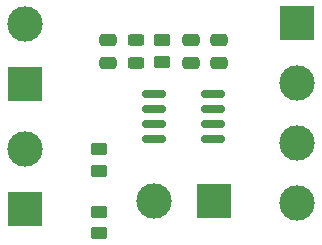
<source format=gbr>
%TF.GenerationSoftware,KiCad,Pcbnew,7.0.8*%
%TF.CreationDate,2024-03-30T04:59:33+03:00*%
%TF.ProjectId,PowerSensor,506f7765-7253-4656-9e73-6f722e6b6963,rev?*%
%TF.SameCoordinates,Original*%
%TF.FileFunction,Soldermask,Top*%
%TF.FilePolarity,Negative*%
%FSLAX46Y46*%
G04 Gerber Fmt 4.6, Leading zero omitted, Abs format (unit mm)*
G04 Created by KiCad (PCBNEW 7.0.8) date 2024-03-30 04:59:33*
%MOMM*%
%LPD*%
G01*
G04 APERTURE LIST*
G04 Aperture macros list*
%AMRoundRect*
0 Rectangle with rounded corners*
0 $1 Rounding radius*
0 $2 $3 $4 $5 $6 $7 $8 $9 X,Y pos of 4 corners*
0 Add a 4 corners polygon primitive as box body*
4,1,4,$2,$3,$4,$5,$6,$7,$8,$9,$2,$3,0*
0 Add four circle primitives for the rounded corners*
1,1,$1+$1,$2,$3*
1,1,$1+$1,$4,$5*
1,1,$1+$1,$6,$7*
1,1,$1+$1,$8,$9*
0 Add four rect primitives between the rounded corners*
20,1,$1+$1,$2,$3,$4,$5,0*
20,1,$1+$1,$4,$5,$6,$7,0*
20,1,$1+$1,$6,$7,$8,$9,0*
20,1,$1+$1,$8,$9,$2,$3,0*%
G04 Aperture macros list end*
%ADD10R,3.000000X3.000000*%
%ADD11C,3.000000*%
%ADD12RoundRect,0.250000X0.475000X-0.250000X0.475000X0.250000X-0.475000X0.250000X-0.475000X-0.250000X0*%
%ADD13RoundRect,0.243750X-0.456250X0.243750X-0.456250X-0.243750X0.456250X-0.243750X0.456250X0.243750X0*%
%ADD14RoundRect,0.150000X-0.825000X-0.150000X0.825000X-0.150000X0.825000X0.150000X-0.825000X0.150000X0*%
%ADD15RoundRect,0.250000X-0.450000X0.262500X-0.450000X-0.262500X0.450000X-0.262500X0.450000X0.262500X0*%
%ADD16RoundRect,0.250000X0.450000X-0.262500X0.450000X0.262500X-0.450000X0.262500X-0.450000X-0.262500X0*%
G04 APERTURE END LIST*
D10*
%TO.C,J3*%
X95800000Y-89480000D03*
D11*
X95800000Y-84400000D03*
%TD*%
D12*
%TO.C,C3*%
X112200000Y-87700000D03*
X112200000Y-85800000D03*
%TD*%
%TO.C,C1*%
X109800000Y-87700000D03*
X109800000Y-85800000D03*
%TD*%
D13*
%TO.C,D1*%
X105200000Y-85800000D03*
X105200000Y-87675000D03*
%TD*%
D12*
%TO.C,C2*%
X102800000Y-87700000D03*
X102800000Y-85800000D03*
%TD*%
D14*
%TO.C,U1*%
X106725000Y-90295000D03*
X106725000Y-91565000D03*
X106725000Y-92835000D03*
X106725000Y-94105000D03*
X111675000Y-94105000D03*
X111675000Y-92835000D03*
X111675000Y-91565000D03*
X111675000Y-90295000D03*
%TD*%
D10*
%TO.C,J5*%
X118800000Y-84360000D03*
D11*
X118800000Y-89440000D03*
X118800000Y-94520000D03*
X118800000Y-99600000D03*
%TD*%
D15*
%TO.C,R2*%
X102000000Y-100287500D03*
X102000000Y-102112500D03*
%TD*%
D10*
%TO.C,J4*%
X95800000Y-100080000D03*
D11*
X95800000Y-95000000D03*
%TD*%
D15*
%TO.C,R1*%
X102000000Y-95000000D03*
X102000000Y-96825000D03*
%TD*%
D10*
%TO.C,J1*%
X111740000Y-99400000D03*
D11*
X106660000Y-99400000D03*
%TD*%
D16*
%TO.C,R3*%
X107400000Y-87625000D03*
X107400000Y-85800000D03*
%TD*%
M02*

</source>
